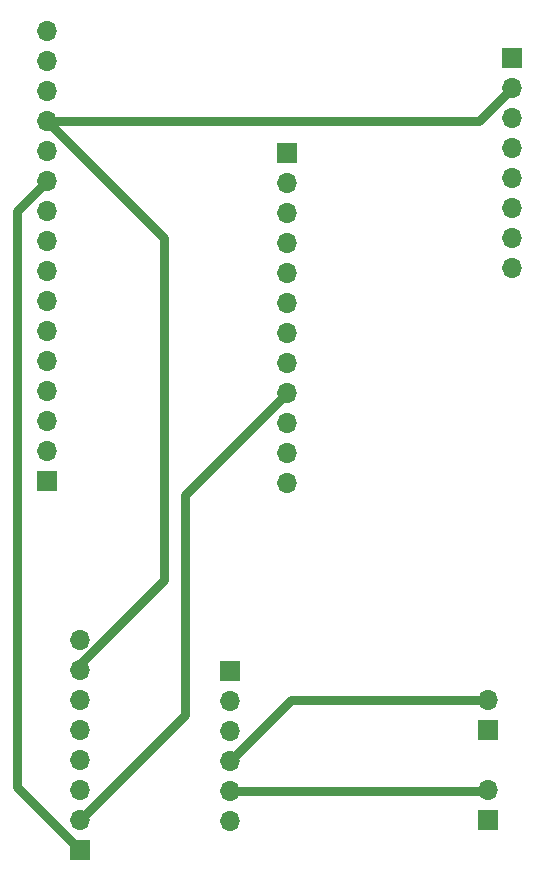
<source format=gbr>
%TF.GenerationSoftware,KiCad,Pcbnew,8.0.3*%
%TF.CreationDate,2024-07-08T11:59:48-04:00*%
%TF.ProjectId,PCB,5043422e-6b69-4636-9164-5f7063625858,rev?*%
%TF.SameCoordinates,Original*%
%TF.FileFunction,Copper,L2,Bot*%
%TF.FilePolarity,Positive*%
%FSLAX46Y46*%
G04 Gerber Fmt 4.6, Leading zero omitted, Abs format (unit mm)*
G04 Created by KiCad (PCBNEW 8.0.3) date 2024-07-08 11:59:48*
%MOMM*%
%LPD*%
G01*
G04 APERTURE LIST*
%TA.AperFunction,ComponentPad*%
%ADD10R,1.700000X1.700000*%
%TD*%
%TA.AperFunction,ComponentPad*%
%ADD11O,1.700000X1.700000*%
%TD*%
%TA.AperFunction,Conductor*%
%ADD12C,0.762000*%
%TD*%
G04 APERTURE END LIST*
D10*
%TO.P,J5,1,Pin_1*%
%TO.N,unconnected-(J5-Pin_1-Pad1)*%
X31496000Y-77470000D03*
D11*
%TO.P,J5,2,Pin_2*%
%TO.N,unconnected-(J5-Pin_2-Pad2)*%
X31496000Y-74930000D03*
%TO.P,J5,3,Pin_3*%
%TO.N,unconnected-(J5-Pin_3-Pad3)*%
X31496000Y-72390000D03*
%TO.P,J5,4,Pin_4*%
%TO.N,unconnected-(J5-Pin_4-Pad4)*%
X31496000Y-69850000D03*
%TO.P,J5,5,Pin_5*%
%TO.N,unconnected-(J5-Pin_5-Pad5)*%
X31496000Y-67310000D03*
%TO.P,J5,6,Pin_6*%
%TO.N,unconnected-(J5-Pin_6-Pad6)*%
X31496000Y-64770000D03*
%TO.P,J5,7,Pin_7*%
%TO.N,unconnected-(J5-Pin_7-Pad7)*%
X31496000Y-62230000D03*
%TO.P,J5,8,Pin_8*%
%TO.N,unconnected-(J5-Pin_8-Pad8)*%
X31496000Y-59690000D03*
%TO.P,J5,9,Pin_9*%
%TO.N,unconnected-(J5-Pin_9-Pad9)*%
X31496000Y-57150000D03*
%TO.P,J5,10,Pin_10*%
%TO.N,BIN1*%
X31496000Y-54610000D03*
%TO.P,J5,11,Pin_11*%
%TO.N,AIN1*%
X31496000Y-52070000D03*
%TO.P,J5,12,Pin_12*%
%TO.N,unconnected-(J5-Pin_12-Pad12)*%
X31496000Y-49530000D03*
%TO.P,J5,13,Pin_13*%
%TO.N,GND*%
X31496000Y-46990000D03*
%TO.P,J5,14,Pin_14*%
%TO.N,+3.3V*%
X31496000Y-44450000D03*
%TO.P,J5,15,Pin_15*%
X31496000Y-41910000D03*
%TO.P,J5,16,Pin_16*%
%TO.N,unconnected-(J5-Pin_16-Pad16)*%
X31496000Y-39370000D03*
%TD*%
D10*
%TO.P,J4,1,Pin_1*%
%TO.N,unconnected-(J4-Pin_1-Pad1)*%
X51816000Y-49720000D03*
D11*
%TO.P,J4,2,Pin_2*%
%TO.N,unconnected-(J4-Pin_2-Pad2)*%
X51816000Y-52260000D03*
%TO.P,J4,3,Pin_3*%
%TO.N,+5V*%
X51816000Y-54800000D03*
%TO.P,J4,4,Pin_4*%
%TO.N,unconnected-(J4-Pin_4-Pad4)*%
X51816000Y-57340000D03*
%TO.P,J4,5,Pin_5*%
%TO.N,unconnected-(J4-Pin_5-Pad5)*%
X51816000Y-59880000D03*
%TO.P,J4,6,Pin_6*%
%TO.N,unconnected-(J4-Pin_6-Pad6)*%
X51816000Y-62420000D03*
%TO.P,J4,7,Pin_7*%
%TO.N,unconnected-(J4-Pin_7-Pad7)*%
X51816000Y-64960000D03*
%TO.P,J4,8,Pin_8*%
%TO.N,unconnected-(J4-Pin_8-Pad8)*%
X51816000Y-67500000D03*
%TO.P,J4,9,Pin_9*%
%TO.N,AIN2*%
X51816000Y-70040000D03*
%TO.P,J4,10,Pin_10*%
%TO.N,BIN2*%
X51816000Y-72580000D03*
%TO.P,J4,11,Pin_11*%
%TO.N,SCL*%
X51816000Y-75120000D03*
%TO.P,J4,12,Pin_12*%
%TO.N,SDA*%
X51816000Y-77660000D03*
%TD*%
D10*
%TO.P,J6,1,Pin_1*%
%TO.N,AIN1*%
X34290000Y-108697000D03*
D11*
%TO.P,J6,2,Pin_2*%
%TO.N,AIN2*%
X34290000Y-106157000D03*
%TO.P,J6,3,Pin_3*%
%TO.N,unconnected-(J6-Pin_3-Pad3)*%
X34290000Y-103617000D03*
%TO.P,J6,4,Pin_4*%
%TO.N,BIN2*%
X34290000Y-101077000D03*
%TO.P,J6,5,Pin_5*%
%TO.N,BIN1*%
X34290000Y-98537000D03*
%TO.P,J6,6,Pin_6*%
%TO.N,unconnected-(J6-Pin_6-Pad6)*%
X34290000Y-95997000D03*
%TO.P,J6,7,Pin_7*%
%TO.N,GND*%
X34290000Y-93457000D03*
%TO.P,J6,8,Pin_8*%
%TO.N,+5V*%
X34290000Y-90917000D03*
%TD*%
D10*
%TO.P,J7,1,Pin_1*%
%TO.N,unconnected-(J7-Pin_1-Pad1)*%
X46990000Y-93551000D03*
D11*
%TO.P,J7,2,Pin_2*%
%TO.N,unconnected-(J7-Pin_2-Pad2)*%
X46990000Y-96091000D03*
%TO.P,J7,3,Pin_3*%
%TO.N,BOUT1*%
X46990000Y-98631000D03*
%TO.P,J7,4,Pin_4*%
%TO.N,BOUT2*%
X46990000Y-101171000D03*
%TO.P,J7,5,Pin_5*%
%TO.N,AOUT2*%
X46990000Y-103711000D03*
%TO.P,J7,6,Pin_6*%
%TO.N,AOUT1*%
X46990000Y-106251000D03*
%TD*%
D10*
%TO.P,J8,1,Pin_1*%
%TO.N,+3.3V*%
X70866000Y-41671000D03*
D11*
%TO.P,J8,2,Pin_2*%
%TO.N,GND*%
X70866000Y-44211000D03*
%TO.P,J8,3,Pin_3*%
%TO.N,SCL*%
X70866000Y-46751000D03*
%TO.P,J8,4,Pin_4*%
%TO.N,SDA*%
X70866000Y-49291000D03*
%TO.P,J8,5,Pin_5*%
%TO.N,unconnected-(J8-Pin_5-Pad5)*%
X70866000Y-51831000D03*
%TO.P,J8,6,Pin_6*%
%TO.N,unconnected-(J8-Pin_6-Pad6)*%
X70866000Y-54371000D03*
%TO.P,J8,7,Pin_7*%
%TO.N,unconnected-(J8-Pin_7-Pad7)*%
X70866000Y-56911000D03*
%TO.P,J8,8,Pin_8*%
%TO.N,unconnected-(J8-Pin_8-Pad8)*%
X70866000Y-59451000D03*
%TD*%
D10*
%TO.P,J10,1,Pin_1*%
%TO.N,AOUT1*%
X68834000Y-106177000D03*
D11*
%TO.P,J10,2,Pin_2*%
%TO.N,AOUT2*%
X68834000Y-103637000D03*
%TD*%
D10*
%TO.P,J9,1,Pin_1*%
%TO.N,BOUT1*%
X68834000Y-98557000D03*
D11*
%TO.P,J9,2,Pin_2*%
%TO.N,BOUT2*%
X68834000Y-96017000D03*
%TD*%
D12*
%TO.N,GND*%
X34290000Y-92940740D02*
X41402000Y-85828740D01*
X41402000Y-85828740D02*
X41402000Y-56896000D01*
X41402000Y-56896000D02*
X31496000Y-46990000D01*
X31496000Y-46990000D02*
X68087000Y-46990000D01*
X68087000Y-46990000D02*
X70866000Y-44211000D01*
X34290000Y-93457000D02*
X34290000Y-92940740D01*
%TO.N,AIN2*%
X34290000Y-106157000D02*
X43180000Y-97267000D01*
X43180000Y-78676000D02*
X51816000Y-70040000D01*
X43180000Y-97267000D02*
X43180000Y-78676000D01*
%TO.N,AIN1*%
X28956000Y-54610000D02*
X31496000Y-52070000D01*
X28956000Y-103363000D02*
X28956000Y-54610000D01*
X34290000Y-108697000D02*
X28956000Y-103363000D01*
%TO.N,BOUT2*%
X46990000Y-101171000D02*
X52144000Y-96017000D01*
X52144000Y-96017000D02*
X68834000Y-96017000D01*
%TO.N,AOUT2*%
X46990000Y-103711000D02*
X68760000Y-103711000D01*
X68760000Y-103711000D02*
X68834000Y-103637000D01*
%TD*%
M02*

</source>
